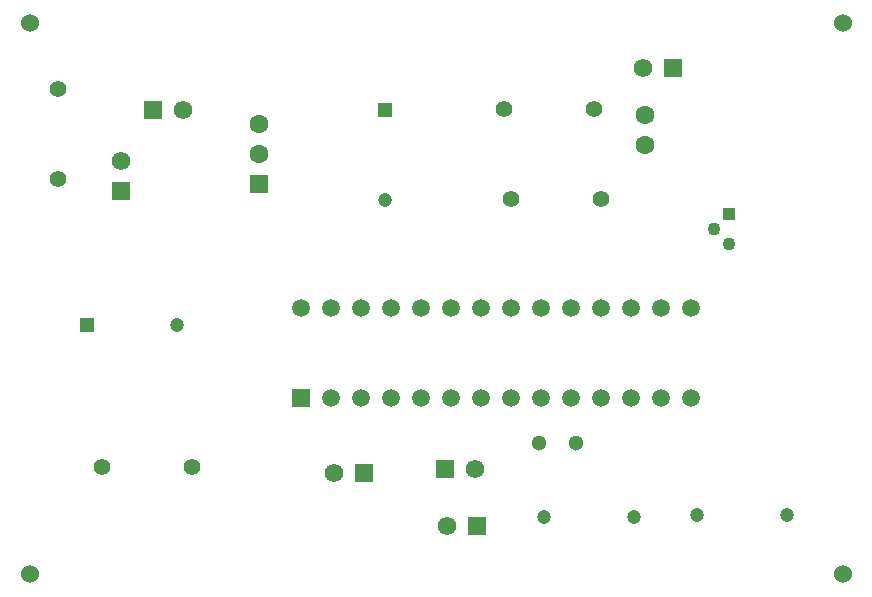
<source format=gtl>
%TF.GenerationSoftware,Altium Limited,Altium Designer,23.3.1 (30)*%
G04 Layer_Physical_Order=1*
G04 Layer_Color=255*
%FSLAX25Y25*%
%MOIN*%
%TF.SameCoordinates,3F8D0E0F-F656-4E3B-87BE-8AFF8012C70A*%
%TF.FilePolarity,Positive*%
%TF.FileFunction,Copper,L1,Top,Signal*%
%TF.Part,Single*%
G01*
G75*
%TA.AperFunction,Conductor*%
%ADD10C,0.01000*%
%TA.AperFunction,ViaPad*%
%ADD11C,0.06000*%
%TA.AperFunction,ComponentPad*%
%ADD12C,0.05118*%
%ADD13C,0.06181*%
%ADD14R,0.06181X0.06181*%
%ADD15C,0.04724*%
%ADD16R,0.04724X0.04724*%
%ADD17C,0.05512*%
%ADD18R,0.04724X0.04724*%
%ADD19R,0.06181X0.06181*%
%ADD20C,0.04331*%
%ADD21R,0.04331X0.04331*%
%ADD22C,0.06299*%
%ADD23R,0.05906X0.05906*%
%ADD24C,0.05906*%
%ADD25R,0.06299X0.06299*%
D10*
X323898Y318000D02*
X324199Y318301D01*
X272500Y429000D02*
X273000Y429500D01*
X302500Y309992D02*
Y310902D01*
Y309500D02*
Y309992D01*
X324199Y332699D02*
X324500Y333000D01*
X355000Y293000D02*
X355500Y293500D01*
X302500Y291000D02*
X303000Y290500D01*
X292500Y309500D02*
X293000Y309000D01*
X264500D02*
X265500Y308000D01*
X255000Y308500D02*
X255500Y308000D01*
X254500Y333000D02*
X255000Y332500D01*
X357566Y427500D02*
X359000D01*
X184500Y412000D02*
X185902D01*
X228000Y402000D02*
X230500Y404500D01*
D11*
X154000Y274500D02*
D03*
Y458000D02*
D03*
X425000Y274500D02*
D03*
Y458000D02*
D03*
D12*
X323898Y318000D02*
D03*
X336102D02*
D03*
D13*
X293000Y290500D02*
D03*
X302500Y309500D02*
D03*
X255500Y308000D02*
D03*
X205000Y429000D02*
D03*
X184500Y412000D02*
D03*
X358500Y443000D02*
D03*
D14*
X303000Y290500D02*
D03*
X292500Y309500D02*
D03*
X265500Y308000D02*
D03*
X195000Y429000D02*
D03*
X368500Y443000D02*
D03*
D15*
X355500Y293500D02*
D03*
X325500D02*
D03*
X272500Y399000D02*
D03*
X203000Y357500D02*
D03*
X376500Y294000D02*
D03*
X406500D02*
D03*
D16*
X272500Y429000D02*
D03*
D17*
X163500Y406000D02*
D03*
Y436000D02*
D03*
X342000Y429500D02*
D03*
X312000D02*
D03*
X314500Y399500D02*
D03*
X344500D02*
D03*
X208000Y310000D02*
D03*
X178000D02*
D03*
D18*
X173000Y357500D02*
D03*
D19*
X184500Y402000D02*
D03*
D20*
X382000Y389500D02*
D03*
X387000Y384500D02*
D03*
D21*
Y394500D02*
D03*
D22*
X359000Y427500D02*
D03*
Y417500D02*
D03*
X230500Y414500D02*
D03*
Y424500D02*
D03*
D23*
X244500Y333000D02*
D03*
D24*
X254500D02*
D03*
X264500D02*
D03*
X274500D02*
D03*
X284500D02*
D03*
X294500D02*
D03*
X304500D02*
D03*
X314500D02*
D03*
X324500D02*
D03*
X334500D02*
D03*
X344500D02*
D03*
X354500D02*
D03*
X364500D02*
D03*
X374500D02*
D03*
X244500Y363000D02*
D03*
X254500D02*
D03*
X264500D02*
D03*
X274500D02*
D03*
X284500D02*
D03*
X294500D02*
D03*
X304500D02*
D03*
X314500D02*
D03*
X324500D02*
D03*
X334500D02*
D03*
X344500D02*
D03*
X354500D02*
D03*
X364500D02*
D03*
X374500D02*
D03*
D25*
X230500Y404500D02*
D03*
%TF.MD5,2210267548b39513fa31768f26689bff*%
M02*

</source>
